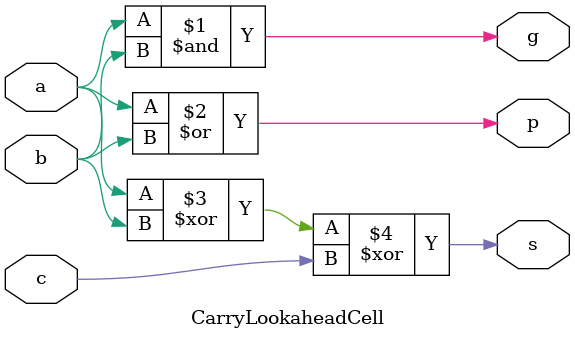
<source format=v>
module CarryLookaheadCell(a,b,c,s,g,p);
input a,b,c;
output g,p,s;
and and0(g, a, b);
or or0(p, a, b);
xor xor0(s, a, b, c);
endmodule 
</source>
